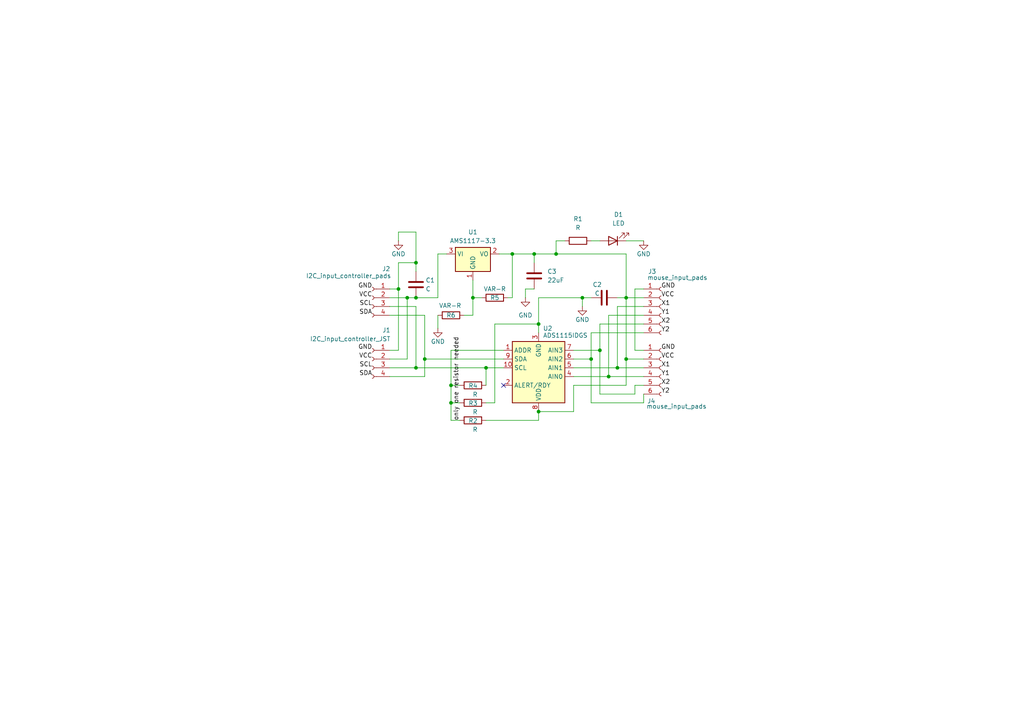
<source format=kicad_sch>
(kicad_sch (version 20231120) (generator "eeschema") (generator_version "8.0")
  (paper "A4")
  (lib_symbols
    (symbol "Analog_ADC:ADS1115IDGS"
      (property "Reference" "U" (at 2.54 13.97 0))
      (property "Value" "ADS1115IDGS" (at 7.62 11.43 0))
      (symbol "ADS1115IDGS_0_1"
        (rectangle (start -7.62 10.16) (end 7.62 -7.62) (stroke (width 0.254)) (fill (type background)))
      )
      (symbol "ADS1115IDGS_1_1"
        (pin input line (at 10.16 -5.08 180) (length 2.54) (name "ADDR") (number "1"))
        (pin input line (at 10.16 0 180) (length 2.54) (name "SCL") (number "10"))
        (pin output line (at 10.16 5.08 180) (length 2.54) (name "ALERT/RDY") (number "2"))
        (pin power_in line (at 0 -10.16 90) (length 2.54) (name "GND") (number "3"))
        (pin input line (at -10.16 2.54 0) (length 2.54) (name "AIN0") (number "4"))
        (pin input line (at -10.16 0 0) (length 2.54) (name "AIN1") (number "5"))
        (pin input line (at -10.16 -2.54 0) (length 2.54) (name "AIN2") (number "6"))
        (pin input line (at -10.16 -5.08 0) (length 2.54) (name "AIN3") (number "7"))
        (pin power_in line (at 0 12.7 270) (length 2.54) (name "VDD") (number "8"))
        (pin bidirectional line (at 10.16 -2.54 180) (length 2.54) (name "SDA") (number "9"))
      )
    )
    (symbol "Connector:Conn_01x04_Socket" (pin_names (offset 1.016) hide)
      (property "Reference" "J" (at 0 5.08 0))
      (property "Value" "Conn_01x04_Socket" (at 0 -7.62 0))
      (symbol "Conn_01x04_Socket_1_1"
        (arc (start 0 -4.572) (mid -0.5058 -5.08) (end 0 -5.588) (stroke (width 0.1524)))
        (arc (start 0 -2.032) (mid -0.5058 -2.54) (end 0 -3.048) (stroke (width 0.1524)))
        (polyline (pts (xy -1.27 -5.08) (xy -0.508 -5.08)) (stroke (width 0.1524)))
        (polyline (pts (xy -1.27 -2.54) (xy -0.508 -2.54)) (stroke (width 0.1524)))
        (polyline (pts (xy -1.27 0) (xy -0.508 0)) (stroke (width 0.1524)))
        (polyline (pts (xy -1.27 2.54) (xy -0.508 2.54)) (stroke (width 0.1524)))
        (arc (start 0 0.508) (mid -0.5058 0) (end 0 -0.508) (stroke (width 0.1524)))
        (arc (start 0 3.048) (mid -0.5058 2.54) (end 0 2.032) (stroke (width 0.1524)))
        (pin passive line (at -5.08 2.54 0) (length 3.81) (name "Pin_1") (number "1"))
        (pin passive line (at -5.08 0 0) (length 3.81) (name "Pin_2") (number "2"))
        (pin passive line (at -5.08 -2.54 0) (length 3.81) (name "Pin_3") (number "3"))
        (pin passive line (at -5.08 -5.08 0) (length 3.81) (name "Pin_4") (number "4"))
      )
    )
    (symbol "Connector:Conn_01x06_Socket" (pin_names (offset 1.016) hide)
      (property "Reference" "J" (at 0 7.62 0))
      (property "Value" "Conn_01x06_Socket" (at 0 -10.16 0))
      (symbol "Conn_01x06_Socket_1_1"
        (arc (start 0 -7.112) (mid -0.5058 -7.62) (end 0 -8.128) (stroke (width 0.1524)))
        (arc (start 0 -4.572) (mid -0.5058 -5.08) (end 0 -5.588) (stroke (width 0.1524)))
        (arc (start 0 -2.032) (mid -0.5058 -2.54) (end 0 -3.048) (stroke (width 0.1524)))
        (polyline (pts (xy -1.27 -7.62) (xy -0.508 -7.62)) (stroke (width 0.1524)))
        (polyline (pts (xy -1.27 -5.08) (xy -0.508 -5.08)) (stroke (width 0.1524)))
        (polyline (pts (xy -1.27 -2.54) (xy -0.508 -2.54)) (stroke (width 0.1524)))
        (polyline (pts (xy -1.27 0) (xy -0.508 0)) (stroke (width 0.1524)))
        (polyline (pts (xy -1.27 2.54) (xy -0.508 2.54)) (stroke (width 0.1524)))
        (polyline (pts (xy -1.27 5.08) (xy -0.508 5.08)) (stroke (width 0.1524)))
        (arc (start 0 0.508) (mid -0.5058 0) (end 0 -0.508) (stroke (width 0.1524)))
        (arc (start 0 3.048) (mid -0.5058 2.54) (end 0 2.032) (stroke (width 0.1524)))
        (arc (start 0 5.588) (mid -0.5058 5.08) (end 0 4.572) (stroke (width 0.1524)))
        (pin passive line (at -5.08 5.08 0) (length 3.81) (name "Pin_1") (number "1"))
        (pin passive line (at -5.08 2.54 0) (length 3.81) (name "Pin_2") (number "2"))
        (pin passive line (at -5.08 0 0) (length 3.81) (name "Pin_3") (number "3"))
        (pin passive line (at -5.08 -2.54 0) (length 3.81) (name "Pin_4") (number "4"))
        (pin passive line (at -5.08 -5.08 0) (length 3.81) (name "Pin_5") (number "5"))
        (pin passive line (at -5.08 -7.62 0) (length 3.81) (name "Pin_6") (number "6"))
      )
    )
    (symbol "Device:C" (pin_numbers hide) (pin_names (offset 0.254))
      (property "Reference" "C" (at 0.635 2.54 0))
      (property "Value" "C" (at 0.635 -2.54 0))
      (symbol "C_0_1"
        (polyline (pts (xy -2.032 -0.762) (xy 2.032 -0.762)) (stroke (width 0.508)))
        (polyline (pts (xy -2.032 0.762) (xy 2.032 0.762)) (stroke (width 0.508)))
      )
      (symbol "C_1_1"
        (pin passive line (at 0 3.81 270) (length 2.794) (name "~") (number "1"))
        (pin passive line (at 0 -3.81 90) (length 2.794) (name "~") (number "2"))
      )
    )
    (symbol "Device:LED" (pin_numbers hide) (pin_names (offset 1.016) hide)
      (property "Reference" "D" (at 0 2.54 0))
      (property "Value" "LED" (at 0 -2.54 0))
      (symbol "LED_0_1"
        (polyline (pts (xy -1.27 -1.27) (xy -1.27 1.27)) (stroke (width 0.254)))
        (polyline (pts (xy -1.27 0) (xy 1.27 0)))
        (polyline (pts (xy 1.27 -1.27) (xy 1.27 1.27) (xy -1.27 0) (xy 1.27 -1.27)) (stroke (width 0.254)))
        (polyline (pts (xy -3.048 -0.762) (xy -4.572 -2.286) (xy -3.81 -2.286) (xy -4.572 -2.286) (xy -4.572 -1.524)))
        (polyline (pts (xy -1.778 -0.762) (xy -3.302 -2.286) (xy -2.54 -2.286) (xy -3.302 -2.286) (xy -3.302 -1.524)))
      )
      (symbol "LED_1_1"
        (pin passive line (at -3.81 0 0) (length 2.54) (name "K") (number "1"))
        (pin passive line (at 3.81 0 180) (length 2.54) (name "A") (number "2"))
      )
    )
    (symbol "Device:R" (pin_numbers hide) (pin_names (offset 0))
      (property "Reference" "R" (at 2.032 0 90))
      (property "Value" "R" (at 0 0 90))
      (symbol "R_0_1"
        (rectangle (start -1.016 -2.54) (end 1.016 2.54) (stroke (width 0.254)))
      )
      (symbol "R_1_1"
        (pin passive line (at 0 3.81 270) (length 1.27) (name "~") (number "1"))
        (pin passive line (at 0 -3.81 90) (length 1.27) (name "~") (number "2"))
      )
    )
    (symbol "Regulator_Linear:AMS1117-3.3"
      (property "Reference" "U" (at -3.81 3.175 0))
      (property "Value" "AMS1117-3.3" (at 0 3.175 0))
      (symbol "AMS1117-3.3_0_1"
        (rectangle (start -5.08 -5.08) (end 5.08 1.905) (stroke (width 0.254)) (fill (type background)))
      )
      (symbol "AMS1117-3.3_1_1"
        (pin power_in line (at 0 -7.62 90) (length 2.54) (name "GND") (number "1"))
        (pin power_out line (at 7.62 0 180) (length 2.54) (name "VO") (number "2"))
        (pin power_in line (at -7.62 0 0) (length 2.54) (name "VI") (number "3"))
      )
    )
    (symbol "power:GND" (power) (pin_numbers hide) (pin_names (offset 0) hide)
      (property "Value" "GND" (at 0 -3.81 0))
      (symbol "GND_0_1"
        (polyline (pts (xy 0 0) (xy 0 -1.27) (xy 1.27 -1.27) (xy 0 -2.54) (xy -1.27 -1.27) (xy 0 -1.27)))
      )
      (symbol "GND_1_1"
        (pin power_in line (at 0 0 270) (length 0) (name "~") (number "1"))
      )
    )
  )
  (junction (at 123.19 104.14))
  (junction (at 173.99 101.6))
  (junction (at 154.94 73.66))
  (junction (at 176.53 109.22))
  (junction (at 181.61 104.14))
  (junction (at 120.65 86.36))
  (junction (at 140.97 106.68))
  (junction (at 130.81 111.76))
  (junction (at 148.59 73.66))
  (junction (at 115.57 83.82))
  (junction (at 130.81 116.84))
  (junction (at 161.29 73.66))
  (junction (at 156.21 93.98))
  (junction (at 179.07 106.68))
  (junction (at 181.61 86.36))
  (junction (at 171.45 104.14))
  (junction (at 137.16 86.36))
  (junction (at 118.11 86.36))
  (junction (at 120.65 106.68))
  (junction (at 156.21 119.38))
  (junction (at 120.65 76.2))
  (junction (at 168.91 86.36))
  (no_connect (at 146.05 111.76))
  (wire (pts (xy 166.37 111.76) (xy 166.37 119.38)))
  (wire (pts (xy 173.99 101.6) (xy 173.99 114.3)))
  (wire (pts (xy 115.57 83.82) (xy 113.03 83.82)))
  (wire (pts (xy 123.19 91.44) (xy 123.19 104.14)))
  (wire (pts (xy 127 86.36) (xy 127 73.66)))
  (wire (pts (xy 179.07 106.68) (xy 179.07 88.9)))
  (wire (pts (xy 120.65 88.9) (xy 113.03 88.9)))
  (wire (pts (xy 137.16 91.44) (xy 134.62 91.44)))
  (wire (pts (xy 186.69 114.3) (xy 186.69 116.84)))
  (wire (pts (xy 120.65 67.31) (xy 115.57 67.31)))
  (wire (pts (xy 186.69 116.84) (xy 171.45 116.84)))
  (wire (pts (xy 186.69 86.36) (xy 181.61 86.36)))
  (wire (pts (xy 113.03 104.14) (xy 118.11 104.14)))
  (wire (pts (xy 166.37 109.22) (xy 176.53 109.22)))
  (wire (pts (xy 118.11 86.36) (xy 118.11 104.14)))
  (wire (pts (xy 115.57 67.31) (xy 115.57 69.85)))
  (wire (pts (xy 161.29 73.66) (xy 181.61 73.66)))
  (wire (pts (xy 168.91 86.36) (xy 168.91 88.9)))
  (wire (pts (xy 113.03 106.68) (xy 120.65 106.68)))
  (wire (pts (xy 146.05 101.6) (xy 130.81 101.6)))
  (wire (pts (xy 115.57 83.82) (xy 115.57 76.2)))
  (wire (pts (xy 137.16 86.36) (xy 137.16 81.28)))
  (wire (pts (xy 115.57 101.6) (xy 115.57 83.82)))
  (wire (pts (xy 186.69 93.98) (xy 173.99 93.98)))
  (wire (pts (xy 181.61 69.85) (xy 186.69 69.85)))
  (wire (pts (xy 184.15 83.82) (xy 184.15 101.6)))
  (wire (pts (xy 148.59 86.36) (xy 148.59 73.66)))
  (wire (pts (xy 171.45 116.84) (xy 171.45 104.14)))
  (wire (pts (xy 144.78 73.66) (xy 148.59 73.66)))
  (wire (pts (xy 127 73.66) (xy 129.54 73.66)))
  (wire (pts (xy 152.4 83.82) (xy 152.4 86.36)))
  (wire (pts (xy 176.53 91.44) (xy 176.53 109.22)))
  (wire (pts (xy 140.97 106.68) (xy 146.05 106.68)))
  (wire (pts (xy 173.99 93.98) (xy 173.99 101.6)))
  (wire (pts (xy 166.37 104.14) (xy 171.45 104.14)))
  (wire (pts (xy 184.15 111.76) (xy 186.69 111.76)))
  (wire (pts (xy 156.21 93.98) (xy 156.21 86.36)))
  (wire (pts (xy 140.97 106.68) (xy 140.97 111.76)))
  (wire (pts (xy 181.61 104.14) (xy 181.61 111.76)))
  (wire (pts (xy 181.61 73.66) (xy 181.61 86.36)))
  (wire (pts (xy 154.94 73.66) (xy 154.94 76.2)))
  (wire (pts (xy 130.81 111.76) (xy 130.81 116.84)))
  (wire (pts (xy 130.81 121.92) (xy 133.35 121.92)))
  (wire (pts (xy 120.65 86.36) (xy 127 86.36)))
  (wire (pts (xy 115.57 76.2) (xy 120.65 76.2)))
  (wire (pts (xy 156.21 86.36) (xy 168.91 86.36)))
  (wire (pts (xy 120.65 76.2) (xy 120.65 67.31)))
  (wire (pts (xy 113.03 86.36) (xy 118.11 86.36)))
  (wire (pts (xy 181.61 86.36) (xy 181.61 104.14)))
  (wire (pts (xy 179.07 88.9) (xy 186.69 88.9)))
  (wire (pts (xy 184.15 101.6) (xy 186.69 101.6)))
  (wire (pts (xy 139.7 86.36) (xy 137.16 86.36)))
  (wire (pts (xy 186.69 106.68) (xy 179.07 106.68)))
  (wire (pts (xy 171.45 104.14) (xy 171.45 96.52)))
  (wire (pts (xy 147.32 86.36) (xy 148.59 86.36)))
  (wire (pts (xy 143.51 116.84) (xy 140.97 116.84)))
  (wire (pts (xy 130.81 101.6) (xy 130.81 111.76)))
  (wire (pts (xy 123.19 109.22) (xy 113.03 109.22)))
  (wire (pts (xy 130.81 111.76) (xy 133.35 111.76)))
  (wire (pts (xy 186.69 91.44) (xy 176.53 91.44)))
  (wire (pts (xy 137.16 86.36) (xy 137.16 91.44)))
  (wire (pts (xy 161.29 73.66) (xy 161.29 69.85)))
  (wire (pts (xy 130.81 116.84) (xy 133.35 116.84)))
  (wire (pts (xy 130.81 116.84) (xy 130.81 121.92)))
  (wire (pts (xy 181.61 111.76) (xy 166.37 111.76)))
  (wire (pts (xy 176.53 109.22) (xy 186.69 109.22)))
  (wire (pts (xy 154.94 83.82) (xy 152.4 83.82)))
  (wire (pts (xy 123.19 104.14) (xy 146.05 104.14)))
  (wire (pts (xy 161.29 69.85) (xy 163.83 69.85)))
  (wire (pts (xy 184.15 114.3) (xy 184.15 111.76)))
  (wire (pts (xy 181.61 104.14) (xy 186.69 104.14)))
  (wire (pts (xy 120.65 106.68) (xy 140.97 106.68)))
  (wire (pts (xy 143.51 116.84) (xy 143.51 93.98)))
  (wire (pts (xy 120.65 106.68) (xy 120.65 88.9)))
  (wire (pts (xy 154.94 73.66) (xy 161.29 73.66)))
  (wire (pts (xy 148.59 73.66) (xy 154.94 73.66)))
  (wire (pts (xy 171.45 96.52) (xy 186.69 96.52)))
  (wire (pts (xy 123.19 104.14) (xy 123.19 109.22)))
  (wire (pts (xy 156.21 121.92) (xy 140.97 121.92)))
  (wire (pts (xy 120.65 76.2) (xy 120.65 78.74)))
  (wire (pts (xy 143.51 93.98) (xy 156.21 93.98)))
  (wire (pts (xy 173.99 114.3) (xy 184.15 114.3)))
  (wire (pts (xy 171.45 69.85) (xy 173.99 69.85)))
  (wire (pts (xy 186.69 83.82) (xy 184.15 83.82)))
  (wire (pts (xy 166.37 119.38) (xy 156.21 119.38)))
  (wire (pts (xy 118.11 86.36) (xy 120.65 86.36)))
  (wire (pts (xy 171.45 86.36) (xy 168.91 86.36)))
  (wire (pts (xy 113.03 101.6) (xy 115.57 101.6)))
  (wire (pts (xy 156.21 96.52) (xy 156.21 93.98)))
  (wire (pts (xy 166.37 101.6) (xy 173.99 101.6)))
  (wire (pts (xy 113.03 91.44) (xy 123.19 91.44)))
  (wire (pts (xy 127 91.44) (xy 127 95.25)))
  (wire (pts (xy 156.21 119.38) (xy 156.21 121.92)))
  (wire (pts (xy 166.37 106.68) (xy 179.07 106.68)))
  (wire (pts (xy 179.07 86.36) (xy 181.61 86.36)))
  (label "Y1" (at 191.77 91.44 0))
  (label "SCL" (at 107.95 88.9 180))
  (label "SDA" (at 107.95 91.44 180))
  (label "X2" (at 191.77 111.76 0))
  (label "SCL" (at 107.95 106.68 180))
  (label "X2" (at 191.77 93.98 0))
  (label "SDA" (at 107.95 109.22 180))
  (label "GND" (at 107.95 83.82 180))
  (label "VCC" (at 191.77 86.36 0))
  (label "Y2" (at 191.77 96.52 0))
  (label "Y1" (at 191.77 109.22 0))
  (label "only one resistor needed" (at 133.35 121.92 90))
  (label "X1" (at 191.77 88.9 0))
  (label "Y2" (at 191.77 114.3 0))
  (label "VCC" (at 107.95 104.14 180))
  (label "VCC" (at 191.77 104.14 0))
  (label "GND" (at 191.77 83.82 0))
  (label "VCC" (at 107.95 86.36 180))
  (label "GND" (at 191.77 101.6 0))
  (label "X1" (at 191.77 106.68 0))
  (label "GND" (at 107.95 101.6 180))
  (symbol (lib_id "Device:C") (at 175.26 86.36 90) (unit 1)
    (property "Reference" "C2" (at 173.228 82.55 90))
    (property "Value" "C" (at 173.228 85.09 90))
    (property "Description" "Unpolarized capacitor" (effects (hide yes)))
  )
  (symbol (lib_id "Device:LED") (at 177.8 69.85 180) (unit 1)
    (property "Reference" "D1" (at 179.3875 62.23 0))
    (property "Value" "LED" (at 179.3875 64.77 0))
    (property "Description" "Light emitting diode" (effects (hide yes)))
  )
  (symbol (lib_id "power:GND") (at 152.4 86.36 0) (unit 1)
    (property "Reference" "#PWR05" (effects (hide yes)))
    (property "Value" "GND" (at 152.4 91.44 0))
    (property "Description" "Power symbol creates a global label with name \"GND\" , ground" (effects (hide yes)))
  )
  (symbol (lib_id "Device:R") (at 137.16 121.92 90) (unit 1)
    (property "Reference" "R2" (at 138.557 122.047 90) (effects (justify left)))
    (property "Value" "R" (at 138.557 124.587 90) (effects (justify left)))
    (property "Description" "Resistor" (effects (hide yes)))
  )
  (symbol (lib_id "Connector:Conn_01x06_Socket") (at 191.77 106.68 0) (unit 1)
    (property "Reference" "J4" (at 187.706 116.332 0) (effects (justify left)))
    (property "Value" "mouse_input_pads" (at 187.452 117.856 0) (effects (justify left)))
    (property "Description" "Generic connector, single row, 01x06, script generated" (effects (hide yes)))
  )
  (symbol (lib_id "Device:R") (at 143.51 86.36 90) (unit 1)
    (property "Reference" "R5" (at 143.51 86.36 90))
    (property "Value" "VAR-R" (at 143.51 83.82 90))
    (property "Description" "Resistor" (effects (hide yes)))
  )
  (symbol (lib_id "Connector:Conn_01x04_Socket") (at 107.95 86.36 0) (mirror y) (unit 1)
    (property "Reference" "J2" (at 112.014 77.978 0))
    (property "Value" "I2C_input_controller_pads" (at 101.092 80.01 0))
    (property "Description" "Generic connector, single row, 01x04, script generated" (effects (hide yes)))
  )
  (symbol (lib_id "power:GND") (at 168.91 88.9 0) (unit 1)
    (property "Reference" "#PWR03" (effects (hide yes)))
    (property "Value" "GND" (at 168.91 92.71 0))
    (property "Description" "Power symbol creates a global label with name \"GND\" , ground" (effects (hide yes)))
  )
  (symbol (lib_id "Device:R") (at 137.16 116.84 90) (unit 1)
    (property "Reference" "R3" (at 138.557 116.967 90) (effects (justify left)))
    (property "Value" "R" (at 138.557 119.507 90) (effects (justify left)))
    (property "Description" "Resistor" (effects (hide yes)))
  )
  (symbol (lib_id "power:GND") (at 127 95.25 0) (unit 1)
    (property "Reference" "#PWR02" (effects (hide yes)))
    (property "Value" "GND" (at 127 99.06 0))
    (property "Description" "Power symbol creates a global label with name \"GND\" , ground" (effects (hide yes)))
  )
  (symbol (lib_id "Analog_ADC:ADS1115IDGS") (at 156.21 106.68 180) (unit 1)
    (property "Reference" "U2" (at 157.48 95.25 0) (effects (justify right)))
    (property "Value" "ADS1115IDGS" (at 157.48 97.282 0) (effects (justify right)))
    (property "Footprint" "Package_SO:TSSOP-10_3x3mm_P0.5mm" (effects (hide yes)))
    (property "Datasheet" "http://www.ti.com/lit/ds/symlink/ads1113.pdf" (effects (hide yes)))
    (property "Description" "Ultra-Small, Low-Power, I2C-Compatible, 860-SPS, 16-Bit ADCs With Internal Reference, Oscillator, and Programmable Comparator, VSSOP-10" (effects (hide yes)))
  )
  (symbol (lib_id "Device:C") (at 154.94 80.01 0) (unit 1)
    (property "Reference" "C3" (at 158.75 78.7399 0) (effects (justify left)))
    (property "Value" "22uF" (at 158.75 81.2799 0) (effects (justify left)))
    (property "Description" "Unpolarized capacitor" (effects (hide yes)))
  )
  (symbol (lib_id "Device:R") (at 130.81 91.44 90) (unit 1)
    (property "Reference" "R6" (at 130.81 91.44 90))
    (property "Value" "VAR-R" (at 130.556 88.646 90))
    (property "Description" "Resistor" (effects (hide yes)))
  )
  (symbol (lib_id "Device:C") (at 120.65 82.55 0) (unit 1)
    (property "Reference" "C1" (at 123.444 81.28 0) (effects (justify left)))
    (property "Value" "C" (at 123.444 83.82 0) (effects (justify left)))
    (property "Description" "Unpolarized capacitor" (effects (hide yes)))
  )
  (symbol (lib_id "Device:R") (at 137.16 111.76 270) (unit 1)
    (property "Reference" "R4" (at 138.557 111.887 90) (effects (justify right)))
    (property "Value" "R" (at 138.557 114.427 90) (effects (justify right)))
    (property "Description" "Resistor" (effects (hide yes)))
  )
  (symbol (lib_id "power:GND") (at 186.69 69.85 0) (unit 1)
    (property "Reference" "#PWR04" (effects (hide yes)))
    (property "Value" "GND" (at 186.69 73.66 0))
    (property "Description" "Power symbol creates a global label with name \"GND\" , ground" (effects (hide yes)))
  )
  (symbol (lib_id "power:GND") (at 115.57 69.85 0) (unit 1)
    (property "Reference" "#PWR01" (effects (hide yes)))
    (property "Value" "GND" (at 115.57 73.66 0))
    (property "Description" "Power symbol creates a global label with name \"GND\" , ground" (effects (hide yes)))
  )
  (symbol (lib_id "Device:R") (at 167.64 69.85 270) (unit 1)
    (property "Reference" "R1" (at 167.64 63.5 90))
    (property "Value" "R" (at 167.64 66.04 90))
    (property "Description" "Resistor" (effects (hide yes)))
  )
  (symbol (lib_id "Connector:Conn_01x04_Socket") (at 107.95 104.14 0) (mirror y) (unit 1)
    (property "Reference" "J1" (at 113.284 95.758 0) (effects (justify left)))
    (property "Value" "I2C_input_controller_JST" (at 113.284 98.298 0) (effects (justify left)))
    (property "Description" "Generic connector, single row, 01x04, script generated" (effects (hide yes)))
  )
  (symbol (lib_id "Regulator_Linear:AMS1117-3.3") (at 137.16 73.66 0) (unit 1)
    (property "Reference" "U1" (at 137.16 67.31 0))
    (property "Value" "AMS1117-3.3" (at 137.16 69.85 0))
    (property "Footprint" "Package_TO_SOT_SMD:SOT-223-3_TabPin2" (effects (hide yes)))
    (property "Datasheet" "http://www.advanced-monolithic.com/pdf/ds1117.pdf" (effects (hide yes)))
    (property "Description" "1A Low Dropout regulator, positive, 3.3V fixed output, SOT-223" (effects (hide yes)))
  )
  (symbol (lib_id "Connector:Conn_01x06_Socket") (at 191.77 88.9 0) (unit 1)
    (property "Reference" "J3" (at 187.96 78.74 0) (effects (justify left)))
    (property "Value" "mouse_input_pads" (at 187.706 80.518 0) (effects (justify left)))
    (property "Description" "Generic connector, single row, 01x06, script generated" (effects (hide yes)))
  )
)
</source>
